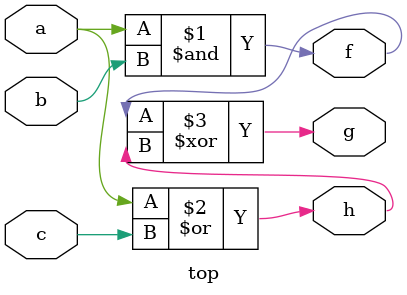
<source format=v>
module top( a, b, c, g, f, h );
input a, b, c;
output g, f, h;
and ( f, a, b );
or ( h, a, c );
xor ( g, f, h );
endmodule
</source>
